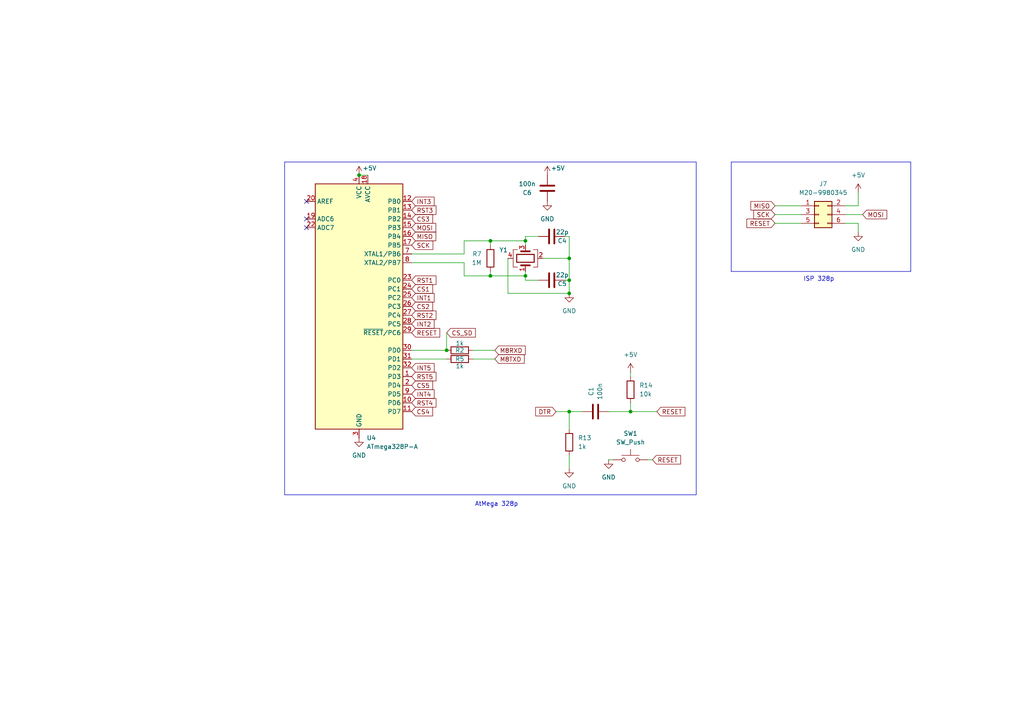
<source format=kicad_sch>
(kicad_sch (version 20231120) (generator "eeschema") (generator_version "8.0")
  (paper "A4")
  (title_block (title "PicoMother") (date "2024-10-24") (rev "0.1") (company "Bonningre Louis") (comment 1 "Lecomte Antoine"))
  (lib_symbols
    (symbol "Connector_Generic:Conn_02x03_Odd_Even" (pin_names (offset 1.016) hide)
      (property "Reference" "J" (at 1.27 5.08 0))
      (property "Value" "Conn_02x03_Odd_Even" (at 1.27 -5.08 0))
      (symbol "Conn_02x03_Odd_Even_1_1"
        (rectangle (start -1.27 -2.413) (end 0 -2.667) (stroke (width 0.1524)))
        (rectangle (start -1.27 0.127) (end 0 -0.127) (stroke (width 0.1524)))
        (rectangle (start -1.27 2.667) (end 0 2.413) (stroke (width 0.1524)))
        (rectangle (start -1.27 3.81) (end 3.81 -3.81) (stroke (width 0.254)) (fill (type background)))
        (rectangle (start 3.81 -2.413) (end 2.54 -2.667) (stroke (width 0.1524)))
        (rectangle (start 3.81 0.127) (end 2.54 -0.127) (stroke (width 0.1524)))
        (rectangle (start 3.81 2.667) (end 2.54 2.413) (stroke (width 0.1524)))
        (pin passive line (at -5.08 2.54 0) (length 3.81) (name "Pin_1") (number "1"))
        (pin passive line (at 7.62 2.54 180) (length 3.81) (name "Pin_2") (number "2"))
        (pin passive line (at -5.08 0 0) (length 3.81) (name "Pin_3") (number "3"))
        (pin passive line (at 7.62 0 180) (length 3.81) (name "Pin_4") (number "4"))
        (pin passive line (at -5.08 -2.54 0) (length 3.81) (name "Pin_5") (number "5"))
        (pin passive line (at 7.62 -2.54 180) (length 3.81) (name "Pin_6") (number "6"))
      )
    )
    (symbol "Device:C" (pin_numbers hide) (pin_names (offset 0.254))
      (property "Reference" "C" (at 0.635 2.54 0))
      (property "Value" "C" (at 0.635 -2.54 0))
      (symbol "C_0_1"
        (polyline (pts (xy -2.032 -0.762) (xy 2.032 -0.762)) (stroke (width 0.508)))
        (polyline (pts (xy -2.032 0.762) (xy 2.032 0.762)) (stroke (width 0.508)))
      )
      (symbol "C_1_1"
        (pin passive line (at 0 3.81 270) (length 2.794) (name "~") (number "1"))
        (pin passive line (at 0 -3.81 90) (length 2.794) (name "~") (number "2"))
      )
    )
    (symbol "Device:Crystal_GND24" (pin_names (offset 1.016) hide)
      (property "Reference" "Y" (at 3.175 5.08 0))
      (property "Value" "Crystal_GND24" (at 3.175 3.175 0))
      (symbol "Crystal_GND24_0_1"
        (rectangle (start -1.143 2.54) (end 1.143 -2.54) (stroke (width 0.3048)))
        (polyline (pts (xy -2.54 0) (xy -2.032 0)))
        (polyline (pts (xy -2.032 -1.27) (xy -2.032 1.27)) (stroke (width 0.508)))
        (polyline (pts (xy 0 -3.81) (xy 0 -3.556)))
        (polyline (pts (xy 0 3.556) (xy 0 3.81)))
        (polyline (pts (xy 2.032 -1.27) (xy 2.032 1.27)) (stroke (width 0.508)))
        (polyline (pts (xy 2.032 0) (xy 2.54 0)))
        (polyline (pts (xy -2.54 -2.286) (xy -2.54 -3.556) (xy 2.54 -3.556) (xy 2.54 -2.286)))
        (polyline (pts (xy -2.54 2.286) (xy -2.54 3.556) (xy 2.54 3.556) (xy 2.54 2.286)))
      )
      (symbol "Crystal_GND24_1_1"
        (pin passive line (at -3.81 0 0) (length 1.27) (name "1") (number "1"))
        (pin passive line (at 0 5.08 270) (length 1.27) (name "2") (number "2"))
        (pin passive line (at 3.81 0 180) (length 1.27) (name "3") (number "3"))
        (pin passive line (at 0 -5.08 90) (length 1.27) (name "4") (number "4"))
      )
    )
    (symbol "Device:R" (pin_numbers hide) (pin_names (offset 0))
      (property "Reference" "R" (at 2.032 0 90))
      (property "Value" "R" (at 0 0 90))
      (symbol "R_0_1"
        (rectangle (start -1.016 -2.54) (end 1.016 2.54) (stroke (width 0.254)))
      )
      (symbol "R_1_1"
        (pin passive line (at 0 3.81 270) (length 1.27) (name "~") (number "1"))
        (pin passive line (at 0 -3.81 90) (length 1.27) (name "~") (number "2"))
      )
    )
    (symbol "MCU_Microchip_ATmega:ATmega328P-A"
      (property "Reference" "U" (at -12.7 36.83 0))
      (property "Value" "ATmega328P-A" (at 2.54 -36.83 0))
      (symbol "ATmega328P-A_0_1"
        (rectangle (start -12.7 -35.56) (end 12.7 35.56) (stroke (width 0.254)) (fill (type background)))
      )
      (symbol "ATmega328P-A_1_1"
        (pin bidirectional line (at 15.24 -20.32 180) (length 2.54) (name "PD3") (number "1"))
        (pin bidirectional line (at 15.24 -27.94 180) (length 2.54) (name "PD6") (number "10"))
        (pin bidirectional line (at 15.24 -30.48 180) (length 2.54) (name "PD7") (number "11"))
        (pin bidirectional line (at 15.24 30.48 180) (length 2.54) (name "PB0") (number "12"))
        (pin bidirectional line (at 15.24 27.94 180) (length 2.54) (name "PB1") (number "13"))
        (pin bidirectional line (at 15.24 25.4 180) (length 2.54) (name "PB2") (number "14"))
        (pin bidirectional line (at 15.24 22.86 180) (length 2.54) (name "PB3") (number "15"))
        (pin bidirectional line (at 15.24 20.32 180) (length 2.54) (name "PB4") (number "16"))
        (pin bidirectional line (at 15.24 17.78 180) (length 2.54) (name "PB5") (number "17"))
        (pin power_in line (at 2.54 38.1 270) (length 2.54) (name "AVCC") (number "18"))
        (pin input line (at -15.24 25.4 0) (length 2.54) (name "ADC6") (number "19"))
        (pin bidirectional line (at 15.24 -22.86 180) (length 2.54) (name "PD4") (number "2"))
        (pin passive line (at -15.24 30.48 0) (length 2.54) (name "AREF") (number "20"))
        (pin passive line (at 0 -38.1 90) (length 2.54) hide (name "GND") (number "21"))
        (pin input line (at -15.24 22.86 0) (length 2.54) (name "ADC7") (number "22"))
        (pin bidirectional line (at 15.24 7.62 180) (length 2.54) (name "PC0") (number "23"))
        (pin bidirectional line (at 15.24 5.08 180) (length 2.54) (name "PC1") (number "24"))
        (pin bidirectional line (at 15.24 2.54 180) (length 2.54) (name "PC2") (number "25"))
        (pin bidirectional line (at 15.24 0 180) (length 2.54) (name "PC3") (number "26"))
        (pin bidirectional line (at 15.24 -2.54 180) (length 2.54) (name "PC4") (number "27"))
        (pin bidirectional line (at 15.24 -5.08 180) (length 2.54) (name "PC5") (number "28"))
        (pin bidirectional line (at 15.24 -7.62 180) (length 2.54) (name "~{RESET}/PC6") (number "29"))
        (pin power_in line (at 0 -38.1 90) (length 2.54) (name "GND") (number "3"))
        (pin bidirectional line (at 15.24 -12.7 180) (length 2.54) (name "PD0") (number "30"))
        (pin bidirectional line (at 15.24 -15.24 180) (length 2.54) (name "PD1") (number "31"))
        (pin bidirectional line (at 15.24 -17.78 180) (length 2.54) (name "PD2") (number "32"))
        (pin power_in line (at 0 38.1 270) (length 2.54) (name "VCC") (number "4"))
        (pin passive line (at 0 -38.1 90) (length 2.54) hide (name "GND") (number "5"))
        (pin passive line (at 0 38.1 270) (length 2.54) hide (name "VCC") (number "6"))
        (pin bidirectional line (at 15.24 15.24 180) (length 2.54) (name "XTAL1/PB6") (number "7"))
        (pin bidirectional line (at 15.24 12.7 180) (length 2.54) (name "XTAL2/PB7") (number "8"))
        (pin bidirectional line (at 15.24 -25.4 180) (length 2.54) (name "PD5") (number "9"))
      )
    )
    (symbol "Switch:SW_Push" (pin_numbers hide) (pin_names (offset 1.016) hide)
      (property "Reference" "SW" (at 1.27 2.54 0))
      (property "Value" "SW_Push" (at 0 -1.524 0))
      (symbol "SW_Push_0_1"
        (circle (center -2.032 0) (radius 0.508))
        (polyline (pts (xy 0 1.27) (xy 0 3.048)))
        (polyline (pts (xy 2.54 1.27) (xy -2.54 1.27)))
        (circle (center 2.032 0) (radius 0.508))
        (pin passive line (at -5.08 0 0) (length 2.54) (name "1") (number "1"))
        (pin passive line (at 5.08 0 180) (length 2.54) (name "2") (number "2"))
      )
    )
    (symbol "power:+5V" (power) (pin_numbers hide) (pin_names (offset 0) hide)
      (property "Value" "+5V" (at 0 3.556 0))
      (symbol "+5V_0_1"
        (polyline (pts (xy -0.762 1.27) (xy 0 2.54)))
        (polyline (pts (xy 0 0) (xy 0 2.54)))
        (polyline (pts (xy 0 2.54) (xy 0.762 1.27)))
      )
      (symbol "+5V_1_1"
        (pin power_in line (at 0 0 90) (length 0) (name "~") (number "1"))
      )
    )
    (symbol "power:GND" (power) (pin_numbers hide) (pin_names (offset 0) hide)
      (property "Value" "GND" (at 0 -3.81 0))
      (symbol "GND_0_1"
        (polyline (pts (xy 0 0) (xy 0 -1.27) (xy 1.27 -1.27) (xy 0 -2.54) (xy -1.27 -1.27) (xy 0 -1.27)))
      )
      (symbol "GND_1_1"
        (pin power_in line (at 0 0 270) (length 0) (name "~") (number "1"))
      )
    )
  )
  (junction (at 165.1 119.38))
  (junction (at 142.24 69.85))
  (junction (at 152.4 80.01))
  (junction (at 104.14 50.8))
  (junction (at 142.24 80.01))
  (junction (at 129.54 101.6))
  (junction (at 165.1 85.09))
  (junction (at 152.4 69.85))
  (junction (at 182.88 119.38))
  (junction (at 165.1 74.93))
  (junction (at 165.1 81.28))
  (no_connect (at 88.9 66.04))
  (no_connect (at 88.9 63.5))
  (no_connect (at 88.9 58.42))
  (wire (pts (xy 152.4 69.85) (xy 142.24 69.85)))
  (wire (pts (xy 156.21 68.58) (xy 152.4 68.58)))
  (wire (pts (xy 176.53 119.38) (xy 182.88 119.38)))
  (wire (pts (xy 176.53 133.35) (xy 177.8 133.35)))
  (wire (pts (xy 165.1 74.93) (xy 157.48 74.93)))
  (wire (pts (xy 129.54 96.52) (xy 129.54 101.6)))
  (polyline (pts (xy 82.55 143.51) (xy 201.93 143.51)))
  (wire (pts (xy 137.16 101.6) (xy 143.51 101.6)))
  (wire (pts (xy 165.1 119.38) (xy 168.91 119.38)))
  (wire (pts (xy 165.1 81.28) (xy 163.83 81.28)))
  (polyline (pts (xy 212.09 78.74) (xy 264.16 78.74)))
  (wire (pts (xy 161.29 119.38) (xy 165.1 119.38)))
  (wire (pts (xy 142.24 78.74) (xy 142.24 80.01)))
  (wire (pts (xy 224.79 62.23) (xy 232.41 62.23)))
  (polyline (pts (xy 212.09 46.99) (xy 212.09 78.74)))
  (wire (pts (xy 189.23 133.35) (xy 187.96 133.35)))
  (wire (pts (xy 142.24 69.85) (xy 142.24 71.12)))
  (wire (pts (xy 134.62 73.66) (xy 134.62 69.85)))
  (wire (pts (xy 248.92 55.88) (xy 248.92 59.69)))
  (wire (pts (xy 165.1 124.46) (xy 165.1 119.38)))
  (wire (pts (xy 250.19 62.23) (xy 245.11 62.23)))
  (wire (pts (xy 156.21 81.28) (xy 152.4 81.28)))
  (wire (pts (xy 152.4 69.85) (xy 152.4 71.12)))
  (wire (pts (xy 147.32 74.93) (xy 147.32 85.09)))
  (wire (pts (xy 119.38 101.6) (xy 129.54 101.6)))
  (wire (pts (xy 182.88 107.95) (xy 182.88 109.22)))
  (wire (pts (xy 165.1 68.58) (xy 165.1 74.93)))
  (wire (pts (xy 224.79 59.69) (xy 232.41 59.69)))
  (wire (pts (xy 137.16 104.14) (xy 143.51 104.14)))
  (polyline (pts (xy 201.93 46.99) (xy 82.55 46.99)))
  (wire (pts (xy 248.92 59.69) (xy 245.11 59.69)))
  (wire (pts (xy 119.38 76.2) (xy 134.62 76.2)))
  (polyline (pts (xy 82.55 48.26) (xy 82.55 143.51)))
  (wire (pts (xy 165.1 74.93) (xy 165.1 81.28)))
  (wire (pts (xy 248.92 64.77) (xy 248.92 67.31)))
  (wire (pts (xy 119.38 104.14) (xy 129.54 104.14)))
  (wire (pts (xy 224.79 64.77) (xy 232.41 64.77)))
  (polyline (pts (xy 264.16 78.74) (xy 264.16 46.99)))
  (wire (pts (xy 147.32 85.09) (xy 165.1 85.09)))
  (wire (pts (xy 152.4 80.01) (xy 152.4 78.74)))
  (wire (pts (xy 182.88 116.84) (xy 182.88 119.38)))
  (polyline (pts (xy 82.55 46.99) (xy 82.55 48.26)))
  (polyline (pts (xy 201.93 143.51) (xy 201.93 46.99)))
  (wire (pts (xy 245.11 64.77) (xy 248.92 64.77)))
  (wire (pts (xy 165.1 81.28) (xy 165.1 85.09)))
  (wire (pts (xy 134.62 76.2) (xy 134.62 80.01)))
  (wire (pts (xy 152.4 80.01) (xy 142.24 80.01)))
  (wire (pts (xy 104.14 50.8) (xy 106.68 50.8)))
  (wire (pts (xy 152.4 81.28) (xy 152.4 80.01)))
  (wire (pts (xy 182.88 119.38) (xy 190.5 119.38)))
  (wire (pts (xy 142.24 80.01) (xy 134.62 80.01)))
  (wire (pts (xy 165.1 68.58) (xy 163.83 68.58)))
  (wire (pts (xy 152.4 68.58) (xy 152.4 69.85)))
  (polyline (pts (xy 212.09 46.99) (xy 264.16 46.99)))
  (wire (pts (xy 142.24 69.85) (xy 134.62 69.85)))
  (wire (pts (xy 165.1 135.89) (xy 165.1 132.08)))
  (wire (pts (xy 119.38 73.66) (xy 134.62 73.66)))
  (text "AtMega 328p\n" (at 144.018 146.304 0) (effects (font (size 1.27 1.27))))
  (text "ISP 328p\n" (at 237.49 81.026 0) (effects (font (size 1.27 1.27))))
  (global_label "RST3" (shape input) (at 119.38 60.96 0) (property "Intersheetrefs" "${INTERSHEET_REFS}" (effects (hide yes))))
  (global_label "CS1" (shape input) (at 119.38 83.82 0) (property "Intersheetrefs" "${INTERSHEET_REFS}" (effects (hide yes))))
  (global_label "CS3" (shape input) (at 119.38 63.5 0) (property "Intersheetrefs" "${INTERSHEET_REFS}" (effects (hide yes))))
  (global_label "SCK" (shape input) (at 119.38 71.12 0) (property "Intersheetrefs" "${INTERSHEET_REFS}" (effects (hide yes))))
  (global_label "MISO" (shape input) (at 224.79 59.69 180) (property "Intersheetrefs" "${INTERSHEET_REFS}" (effects (hide yes))))
  (global_label "RST4" (shape input) (at 119.38 116.84 0) (property "Intersheetrefs" "${INTERSHEET_REFS}" (effects (hide yes))))
  (global_label "SCK" (shape input) (at 224.79 62.23 180) (property "Intersheetrefs" "${INTERSHEET_REFS}" (effects (hide yes))))
  (global_label "RST5" (shape input) (at 119.38 109.22 0) (property "Intersheetrefs" "${INTERSHEET_REFS}" (effects (hide yes))))
  (global_label "CS_SD" (shape input) (at 129.54 96.52 0) (property "Intersheetrefs" "${INTERSHEET_REFS}" (effects (hide yes))))
  (global_label "MOSI" (shape input) (at 119.38 66.04 0) (property "Intersheetrefs" "${INTERSHEET_REFS}" (effects (hide yes))))
  (global_label "CS2" (shape input) (at 119.38 88.9 0) (property "Intersheetrefs" "${INTERSHEET_REFS}" (effects (hide yes))))
  (global_label "INT4" (shape input) (at 119.38 114.3 0) (property "Intersheetrefs" "${INTERSHEET_REFS}" (effects (hide yes))))
  (global_label "INT1" (shape input) (at 119.38 86.36 0) (property "Intersheetrefs" "${INTERSHEET_REFS}" (effects (hide yes))))
  (global_label "CS5" (shape input) (at 119.38 111.76 0) (property "Intersheetrefs" "${INTERSHEET_REFS}" (effects (hide yes))))
  (global_label "CS4" (shape input) (at 119.38 119.38 0) (property "Intersheetrefs" "${INTERSHEET_REFS}" (effects (hide yes))))
  (global_label "INT3" (shape input) (at 119.38 58.42 0) (property "Intersheetrefs" "${INTERSHEET_REFS}" (effects (hide yes))))
  (global_label "RESET" (shape input) (at 190.5 119.38 0) (property "Intersheetrefs" "${INTERSHEET_REFS}" (effects (hide yes))))
  (global_label "RST1" (shape input) (at 119.38 81.28 0) (property "Intersheetrefs" "${INTERSHEET_REFS}" (effects (hide yes))))
  (global_label "INT5" (shape input) (at 119.38 106.68 0) (property "Intersheetrefs" "${INTERSHEET_REFS}" (effects (hide yes))))
  (global_label "M8RXD" (shape input) (at 143.51 101.6 0) (property "Intersheetrefs" "${INTERSHEET_REFS}" (effects (hide yes))))
  (global_label "RST2" (shape input) (at 119.38 91.44 0) (property "Intersheetrefs" "${INTERSHEET_REFS}" (effects (hide yes))))
  (global_label "RESET" (shape input) (at 224.79 64.77 180) (property "Intersheetrefs" "${INTERSHEET_REFS}" (effects (hide yes))))
  (global_label "DTR" (shape input) (at 161.29 119.38 180) (property "Intersheetrefs" "${INTERSHEET_REFS}" (effects (hide yes))))
  (global_label "MOSI" (shape input) (at 250.19 62.23 0) (property "Intersheetrefs" "${INTERSHEET_REFS}" (effects (hide yes))))
  (global_label "RESET" (shape input) (at 189.23 133.35 0) (property "Intersheetrefs" "${INTERSHEET_REFS}" (effects (hide yes))))
  (global_label "M8TXD" (shape input) (at 143.51 104.14 0) (property "Intersheetrefs" "${INTERSHEET_REFS}" (effects (hide yes))))
  (global_label "INT2" (shape input) (at 119.38 93.98 0) (property "Intersheetrefs" "${INTERSHEET_REFS}" (effects (hide yes))))
  (global_label "RESET" (shape input) (at 119.38 96.52 0) (property "Intersheetrefs" "${INTERSHEET_REFS}" (effects (hide yes))))
  (global_label "MISO" (shape input) (at 119.38 68.58 0) (property "Intersheetrefs" "${INTERSHEET_REFS}" (effects (hide yes))))
  (symbol (lib_id "power:GND") (at 165.1 135.89 0) (unit 1)
    (property "Reference" "#PWR03" (effects (hide yes)))
    (property "Value" "GND" (at 165.1 140.97 0))
    (property "Description" "Power symbol creates a global label with name \"GND\" , ground" (effects (hide yes)))
  )
  (symbol (lib_id "power:+5V") (at 248.92 55.88 0) (unit 1)
    (property "Reference" "#PWR031" (effects (hide yes)))
    (property "Value" "+5V" (at 248.92 50.8 0))
    (property "Description" "Power symbol creates a global label with name \"+5V\"" (effects (hide yes)))
  )
  (symbol (lib_id "power:GND") (at 104.14 127 0) (unit 1)
    (property "Reference" "#PWR044" (effects (hide yes)))
    (property "Value" "GND" (at 104.14 132.08 0))
    (property "Description" "Power symbol creates a global label with name \"GND\" , ground" (effects (hide yes)))
  )
  (symbol (lib_id "power:GND") (at 248.92 67.31 0) (unit 1)
    (property "Reference" "#PWR037" (effects (hide yes)))
    (property "Value" "GND" (at 248.92 72.39 0))
    (property "Description" "Power symbol creates a global label with name \"GND\" , ground" (effects (hide yes)))
  )
  (symbol (lib_id "MCU_Microchip_ATmega:ATmega328P-A") (at 104.14 88.9 0) (unit 1)
    (property "Reference" "U4" (at 106.3341 127 0) (effects (justify left)))
    (property "Value" "ATmega328P-A" (at 106.3341 129.54 0) (effects (justify left)))
    (property "Footprint" "Package_QFP:TQFP-32_7x7mm_P0.8mm" (effects (hide yes)))
    (property "Datasheet" "http://ww1.microchip.com/downloads/en/DeviceDoc/ATmega328_P%20AVR%20MCU%20with%20picoPower%20Technology%20Data%20Sheet%2040001984A.pdf" (effects (hide yes)))
    (property "Description" "20MHz, 32kB Flash, 2kB SRAM, 1kB EEPROM, TQFP-32" (effects (hide yes)))
  )
  (symbol (lib_id "Device:C") (at 172.72 119.38 90) (unit 1)
    (property "Reference" "C1" (at 171.44 113.538 0))
    (property "Value" "100n" (at 173.99 113.538 0))
    (property "Footprint" "Capacitor_SMD:C_0603_1608Metric_Pad1.08x0.95mm_HandSolder" (effects (hide yes)))
    (property "Description" "Unpolarized capacitor" (effects (hide yes)))
  )
  (symbol (lib_id "Connector_Generic:Conn_02x03_Odd_Even") (at 237.49 62.23 0) (unit 1)
    (property "Reference" "J7" (at 238.76 53.34 0))
    (property "Value" "M20-9980345" (at 238.76 55.88 0))
    (property "Footprint" "Connector_PinHeader_2.54mm:PinHeader_2x03_P2.54mm_Vertical" (effects (hide yes)))
    (property "Description" "Generic connector, double row, 02x03, odd/even pin numbering scheme (row 1 odd numbers, row 2 even numbers), script generated (kicad-library-utils/schlib/autogen/connector/)" (effects (hide yes)))
  )
  (symbol (lib_id "Device:R") (at 133.35 101.6 90) (mirror x) (unit 1)
    (property "Reference" "R2" (at 133.35 101.6 90))
    (property "Value" "1k" (at 133.35 99.568 90))
    (property "Footprint" "Resistor_SMD:R_0603_1608Metric_Pad0.98x0.95mm_HandSolder" (effects (hide yes)))
    (property "Description" "Resistor" (effects (hide yes)))
  )
  (symbol (lib_id "Device:C") (at 160.02 81.28 90) (mirror x) (unit 1)
    (property "Reference" "C5" (at 163.068 82.296 90))
    (property "Value" "22p" (at 163.068 79.756 90))
    (property "Footprint" "Capacitor_SMD:C_0603_1608Metric_Pad1.08x0.95mm_HandSolder" (effects (hide yes)))
    (property "Description" "Unpolarized capacitor" (effects (hide yes)))
  )
  (symbol (lib_id "Device:C") (at 160.02 68.58 90) (mirror x) (unit 1)
    (property "Reference" "C4" (at 163.068 69.85 90))
    (property "Value" "22p" (at 163.068 67.31 90))
    (property "Footprint" "Capacitor_SMD:C_0603_1608Metric_Pad1.08x0.95mm_HandSolder" (effects (hide yes)))
    (property "Description" "Unpolarized capacitor" (effects (hide yes)))
  )
  (symbol (lib_id "Device:R") (at 165.1 128.27 0) (unit 1)
    (property "Reference" "R13" (at 167.64 126.9999 0) (effects (justify left)))
    (property "Value" "1k" (at 167.64 129.5399 0) (effects (justify left)))
    (property "Footprint" "Resistor_SMD:R_0603_1608Metric_Pad0.98x0.95mm_HandSolder" (effects (hide yes)))
    (property "Description" "Resistor" (effects (hide yes)))
  )
  (symbol (lib_id "Device:R") (at 182.88 113.03 0) (unit 1)
    (property "Reference" "R14" (at 185.42 111.7599 0) (effects (justify left)))
    (property "Value" "10k" (at 185.42 114.2999 0) (effects (justify left)))
    (property "Footprint" "Resistor_SMD:R_0603_1608Metric_Pad0.98x0.95mm_HandSolder" (effects (hide yes)))
    (property "Description" "Resistor" (effects (hide yes)))
  )
  (symbol (lib_id "Device:R") (at 133.35 104.14 270) (mirror x) (unit 1)
    (property "Reference" "R5" (at 133.35 104.14 90))
    (property "Value" "1k" (at 133.35 106.172 90))
    (property "Footprint" "Resistor_SMD:R_0603_1608Metric_Pad0.98x0.95mm_HandSolder" (effects (hide yes)))
    (property "Description" "Resistor" (effects (hide yes)))
  )
  (symbol (lib_id "power:+5V") (at 158.75 50.8 0) (unit 1)
    (property "Reference" "#PWR041" (effects (hide yes)))
    (property "Value" "+5V" (at 161.798 48.768 0))
    (property "Description" "Power symbol creates a global label with name \"+5V\"" (effects (hide yes)))
  )
  (symbol (lib_id "Device:C") (at 158.75 54.61 180) (unit 1)
    (property "Reference" "C6" (at 152.908 55.89 0))
    (property "Value" "100n" (at 152.908 53.34 0))
    (property "Footprint" "Capacitor_SMD:C_0603_1608Metric_Pad1.08x0.95mm_HandSolder" (effects (hide yes)))
    (property "Description" "Unpolarized capacitor" (effects (hide yes)))
  )
  (symbol (lib_id "Device:R") (at 142.24 74.93 0) (mirror y) (unit 1)
    (property "Reference" "R7" (at 139.7 73.6599 0) (effects (justify left)))
    (property "Value" "1M" (at 139.7 76.1999 0) (effects (justify left)))
    (property "Footprint" "Resistor_SMD:R_0603_1608Metric_Pad0.98x0.95mm_HandSolder" (effects (hide yes)))
    (property "Description" "Resistor" (effects (hide yes)))
  )
  (symbol (lib_id "power:+5V") (at 182.88 107.95 0) (unit 1)
    (property "Reference" "#PWR026" (effects (hide yes)))
    (property "Value" "+5V" (at 182.88 102.87 0))
    (property "Description" "Power symbol creates a global label with name \"+5V\"" (effects (hide yes)))
  )
  (symbol (lib_id "Device:Crystal_GND24") (at 152.4 74.93 270) (mirror x) (unit 1)
    (property "Reference" "Y1" (at 146.05 72.5168 90))
    (property "Value" "Crystal_GND24" (effects (hide yes)))
    (property "Footprint" "Crystal:Crystal_SMD_SeikoEpson_FA238-4Pin_3.2x2.5mm_HandSoldering" (effects (hide yes)))
    (property "Description" "Four pin crystal, GND on pins 2 and 4" (effects (hide yes)))
  )
  (symbol (lib_id "power:GND") (at 165.1 85.09 0) (mirror y) (unit 1)
    (property "Reference" "#PWR040" (effects (hide yes)))
    (property "Value" "GND" (at 165.1 90.17 0))
    (property "Description" "Power symbol creates a global label with name \"GND\" , ground" (effects (hide yes)))
  )
  (symbol (lib_id "power:GND") (at 176.53 133.35 0) (unit 1)
    (property "Reference" "#PWR038" (effects (hide yes)))
    (property "Value" "GND" (at 176.53 138.43 0))
    (property "Description" "Power symbol creates a global label with name \"GND\" , ground" (effects (hide yes)))
  )
  (symbol (lib_id "power:GND") (at 158.75 58.42 0) (unit 1)
    (property "Reference" "#PWR042" (effects (hide yes)))
    (property "Value" "GND" (at 158.75 63.5 0))
    (property "Description" "Power symbol creates a global label with name \"GND\" , ground" (effects (hide yes)))
  )
  (symbol (lib_id "Switch:SW_Push") (at 182.88 133.35 0) (unit 1)
    (property "Reference" "SW1" (at 182.88 125.73 0))
    (property "Value" "SW_Push" (at 182.88 128.27 0))
    (property "Footprint" "Button_Switch_SMD:SW_Push_1P1T_NO_CK_KSC7xxJ" (effects (hide yes)))
    (property "Description" "Push button switch, generic, two pins" (effects (hide yes)))
  )
  (symbol (lib_id "power:+5V") (at 104.14 50.8 0) (unit 1)
    (property "Reference" "#PWR032" (effects (hide yes)))
    (property "Value" "+5V" (at 107.188 48.768 0))
    (property "Description" "Power symbol creates a global label with name \"+5V\"" (effects (hide yes)))
  )
)
</source>
